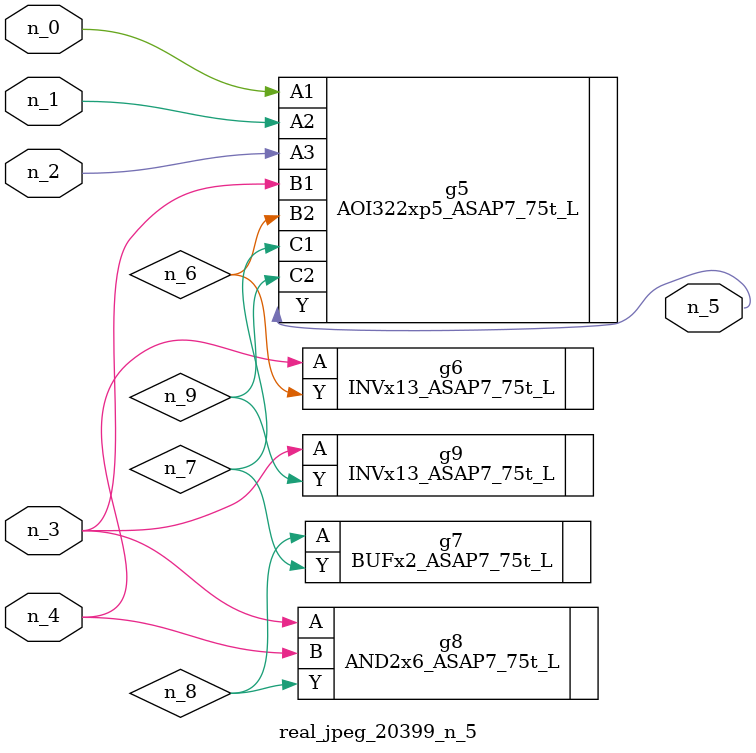
<source format=v>
module real_jpeg_20399_n_5 (n_4, n_0, n_1, n_2, n_3, n_5);

input n_4;
input n_0;
input n_1;
input n_2;
input n_3;

output n_5;

wire n_8;
wire n_6;
wire n_7;
wire n_9;

AOI322xp5_ASAP7_75t_L g5 ( 
.A1(n_0),
.A2(n_1),
.A3(n_2),
.B1(n_3),
.B2(n_6),
.C1(n_7),
.C2(n_9),
.Y(n_5)
);

AND2x6_ASAP7_75t_L g8 ( 
.A(n_3),
.B(n_4),
.Y(n_8)
);

INVx13_ASAP7_75t_L g9 ( 
.A(n_3),
.Y(n_9)
);

INVx13_ASAP7_75t_L g6 ( 
.A(n_4),
.Y(n_6)
);

BUFx2_ASAP7_75t_L g7 ( 
.A(n_8),
.Y(n_7)
);


endmodule
</source>
